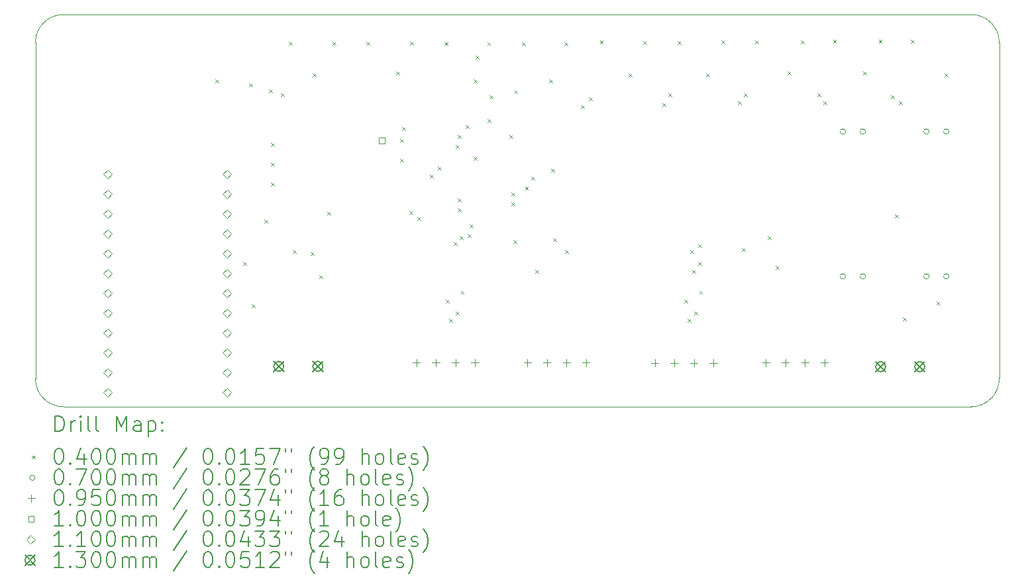
<source format=gbr>
%FSLAX45Y45*%
G04 Gerber Fmt 4.5, Leading zero omitted, Abs format (unit mm)*
G04 Created by KiCad (PCBNEW (6.0.0)) date 2022-12-27 21:52:26*
%MOMM*%
%LPD*%
G01*
G04 APERTURE LIST*
%TA.AperFunction,Profile*%
%ADD10C,0.100000*%
%TD*%
%ADD11C,0.200000*%
%ADD12C,0.040000*%
%ADD13C,0.070000*%
%ADD14C,0.095000*%
%ADD15C,0.100000*%
%ADD16C,0.110000*%
%ADD17C,0.130000*%
G04 APERTURE END LIST*
D10*
X24045100Y-9412100D02*
X24045100Y-13707300D01*
X23689500Y-14075827D02*
X12081600Y-14075600D01*
X12081600Y-9056500D02*
X23689500Y-9056500D01*
X11726000Y-9412100D02*
X11726000Y-13720000D01*
X11726000Y-13720000D02*
G75*
G03*
X12081600Y-14075600I355600J0D01*
G01*
X24045100Y-9412100D02*
G75*
G03*
X23689500Y-9056500I-355600J0D01*
G01*
X12081600Y-9056500D02*
G75*
G03*
X11726000Y-9412100I0J-355600D01*
G01*
X23689500Y-14075827D02*
G75*
G03*
X24045100Y-13707300I0J355827D01*
G01*
D11*
D12*
X14027000Y-9886800D02*
X14067000Y-9926800D01*
X14067000Y-9886800D02*
X14027000Y-9926800D01*
X14381800Y-12222800D02*
X14421800Y-12262800D01*
X14421800Y-12222800D02*
X14381800Y-12262800D01*
X14458000Y-9936800D02*
X14498000Y-9976800D01*
X14498000Y-9936800D02*
X14458000Y-9976800D01*
X14489900Y-12762700D02*
X14529900Y-12802700D01*
X14529900Y-12762700D02*
X14489900Y-12802700D01*
X14654900Y-11683100D02*
X14694900Y-11723100D01*
X14694900Y-11683100D02*
X14654900Y-11723100D01*
X14712000Y-10013000D02*
X14752000Y-10053000D01*
X14752000Y-10013000D02*
X14712000Y-10053000D01*
X14737400Y-10698800D02*
X14777400Y-10738800D01*
X14777400Y-10698800D02*
X14737400Y-10738800D01*
X14737400Y-10952800D02*
X14777400Y-10992800D01*
X14777400Y-10952800D02*
X14737400Y-10992800D01*
X14737400Y-11206800D02*
X14777400Y-11246800D01*
X14777400Y-11206800D02*
X14737400Y-11246800D01*
X14864400Y-10063800D02*
X14904400Y-10103800D01*
X14904400Y-10063800D02*
X14864400Y-10103800D01*
X14965200Y-9404200D02*
X15005200Y-9444200D01*
X15005200Y-9404200D02*
X14965200Y-9444200D01*
X15016800Y-12070400D02*
X15056800Y-12110400D01*
X15056800Y-12070400D02*
X15016800Y-12110400D01*
X15245400Y-12095800D02*
X15285400Y-12135800D01*
X15285400Y-12095800D02*
X15245400Y-12135800D01*
X15270800Y-9809800D02*
X15310800Y-9849800D01*
X15310800Y-9809800D02*
X15270800Y-9849800D01*
X15353500Y-12394100D02*
X15393500Y-12434100D01*
X15393500Y-12394100D02*
X15353500Y-12434100D01*
X15454900Y-11581500D02*
X15494900Y-11621500D01*
X15494900Y-11581500D02*
X15454900Y-11621500D01*
X15524000Y-9404200D02*
X15564000Y-9444200D01*
X15564000Y-9404200D02*
X15524000Y-9444200D01*
X15958975Y-9405775D02*
X15998975Y-9445775D01*
X15998975Y-9405775D02*
X15958975Y-9445775D01*
X16337600Y-9784400D02*
X16377600Y-9824400D01*
X16377600Y-9784400D02*
X16337600Y-9824400D01*
X16388400Y-10648000D02*
X16428400Y-10688000D01*
X16428400Y-10648000D02*
X16388400Y-10688000D01*
X16388400Y-10902000D02*
X16428400Y-10942000D01*
X16428400Y-10902000D02*
X16388400Y-10942000D01*
X16413800Y-10495600D02*
X16453800Y-10535600D01*
X16453800Y-10495600D02*
X16413800Y-10535600D01*
X16504551Y-11573249D02*
X16544551Y-11613249D01*
X16544551Y-11573249D02*
X16504551Y-11613249D01*
X16513025Y-9405775D02*
X16553025Y-9445775D01*
X16553025Y-9405775D02*
X16513025Y-9445775D01*
X16609900Y-11645700D02*
X16649900Y-11685700D01*
X16649900Y-11645700D02*
X16609900Y-11685700D01*
X16769400Y-11105200D02*
X16809400Y-11145200D01*
X16809400Y-11105200D02*
X16769400Y-11145200D01*
X16871000Y-11003600D02*
X16911000Y-11043600D01*
X16911000Y-11003600D02*
X16871000Y-11043600D01*
X16952750Y-9408950D02*
X16992750Y-9448950D01*
X16992750Y-9408950D02*
X16952750Y-9448950D01*
X16972600Y-12705400D02*
X17012600Y-12745400D01*
X17012600Y-12705400D02*
X16972600Y-12745400D01*
X17017100Y-12953100D02*
X17057100Y-12993100D01*
X17057100Y-12953100D02*
X17017100Y-12993100D01*
X17074200Y-11968800D02*
X17114200Y-12008800D01*
X17114200Y-11968800D02*
X17074200Y-12008800D01*
X17099600Y-10724200D02*
X17139600Y-10764200D01*
X17139600Y-10724200D02*
X17099600Y-10764200D01*
X17099600Y-12857800D02*
X17139600Y-12897800D01*
X17139600Y-12857800D02*
X17099600Y-12897800D01*
X17125000Y-10597200D02*
X17165000Y-10637200D01*
X17165000Y-10597200D02*
X17125000Y-10637200D01*
X17125000Y-11410000D02*
X17165000Y-11450000D01*
X17165000Y-11410000D02*
X17125000Y-11450000D01*
X17125000Y-11537000D02*
X17165000Y-11577000D01*
X17165000Y-11537000D02*
X17125000Y-11577000D01*
X17150400Y-11892600D02*
X17190400Y-11932600D01*
X17190400Y-11892600D02*
X17150400Y-11932600D01*
X17163100Y-12591100D02*
X17203100Y-12631100D01*
X17203100Y-12591100D02*
X17163100Y-12631100D01*
X17226600Y-10470200D02*
X17266600Y-10510200D01*
X17266600Y-10470200D02*
X17226600Y-10510200D01*
X17252000Y-11867200D02*
X17292000Y-11907200D01*
X17292000Y-11867200D02*
X17252000Y-11907200D01*
X17277400Y-11740200D02*
X17317400Y-11780200D01*
X17317400Y-11740200D02*
X17277400Y-11780200D01*
X17328200Y-9886000D02*
X17368200Y-9926000D01*
X17368200Y-9886000D02*
X17328200Y-9926000D01*
X17328200Y-10876600D02*
X17368200Y-10916600D01*
X17368200Y-10876600D02*
X17328200Y-10916600D01*
X17353600Y-9581200D02*
X17393600Y-9621200D01*
X17393600Y-9581200D02*
X17353600Y-9621200D01*
X17500450Y-9408950D02*
X17540450Y-9448950D01*
X17540450Y-9408950D02*
X17500450Y-9448950D01*
X17506000Y-10394000D02*
X17546000Y-10434000D01*
X17546000Y-10394000D02*
X17506000Y-10434000D01*
X17531400Y-10089200D02*
X17571400Y-10129200D01*
X17571400Y-10089200D02*
X17531400Y-10129200D01*
X17785400Y-10597200D02*
X17825400Y-10637200D01*
X17825400Y-10597200D02*
X17785400Y-10637200D01*
X17810800Y-11333800D02*
X17850800Y-11373800D01*
X17850800Y-11333800D02*
X17810800Y-11373800D01*
X17810800Y-11460800D02*
X17850800Y-11500800D01*
X17850800Y-11460800D02*
X17810800Y-11500800D01*
X17836200Y-11943400D02*
X17876200Y-11983400D01*
X17876200Y-11943400D02*
X17836200Y-11983400D01*
X17848900Y-10025700D02*
X17888900Y-10065700D01*
X17888900Y-10025700D02*
X17848900Y-10065700D01*
X17946525Y-9412125D02*
X17986525Y-9452125D01*
X17986525Y-9412125D02*
X17946525Y-9452125D01*
X17984851Y-11261349D02*
X18024851Y-11301349D01*
X18024851Y-11261349D02*
X17984851Y-11301349D01*
X18064800Y-11130600D02*
X18104800Y-11170600D01*
X18104800Y-11130600D02*
X18064800Y-11170600D01*
X18115600Y-12324400D02*
X18155600Y-12364400D01*
X18155600Y-12324400D02*
X18115600Y-12364400D01*
X18293400Y-9886000D02*
X18333400Y-9926000D01*
X18333400Y-9886000D02*
X18293400Y-9926000D01*
X18318800Y-11029000D02*
X18358800Y-11069000D01*
X18358800Y-11029000D02*
X18318800Y-11069000D01*
X18344200Y-11918000D02*
X18384200Y-11958000D01*
X18384200Y-11918000D02*
X18344200Y-11958000D01*
X18487875Y-9412125D02*
X18527875Y-9452125D01*
X18527875Y-9412125D02*
X18487875Y-9452125D01*
X18496600Y-12070400D02*
X18536600Y-12110400D01*
X18536600Y-12070400D02*
X18496600Y-12110400D01*
X18699800Y-10216200D02*
X18739800Y-10256200D01*
X18739800Y-10216200D02*
X18699800Y-10256200D01*
X18801400Y-10114600D02*
X18841400Y-10154600D01*
X18841400Y-10114600D02*
X18801400Y-10154600D01*
X18940300Y-9389900D02*
X18980300Y-9429900D01*
X18980300Y-9389900D02*
X18940300Y-9429900D01*
X19309400Y-9809800D02*
X19349400Y-9849800D01*
X19349400Y-9809800D02*
X19309400Y-9849800D01*
X19497525Y-9393075D02*
X19537525Y-9433075D01*
X19537525Y-9393075D02*
X19497525Y-9433075D01*
X19741200Y-10190800D02*
X19781200Y-10230800D01*
X19781200Y-10190800D02*
X19741200Y-10230800D01*
X19817400Y-10063800D02*
X19857400Y-10103800D01*
X19857400Y-10063800D02*
X19817400Y-10103800D01*
X19934075Y-9393075D02*
X19974075Y-9433075D01*
X19974075Y-9393075D02*
X19934075Y-9433075D01*
X20020600Y-12706700D02*
X20060600Y-12746700D01*
X20060600Y-12706700D02*
X20020600Y-12746700D01*
X20065100Y-12954400D02*
X20105100Y-12994400D01*
X20105100Y-12954400D02*
X20065100Y-12994400D01*
X20096800Y-12070400D02*
X20136800Y-12110400D01*
X20136800Y-12070400D02*
X20096800Y-12110400D01*
X20122200Y-12324400D02*
X20162200Y-12364400D01*
X20162200Y-12324400D02*
X20122200Y-12364400D01*
X20147600Y-12859100D02*
X20187600Y-12899100D01*
X20187600Y-12859100D02*
X20147600Y-12899100D01*
X20198400Y-11994200D02*
X20238400Y-12034200D01*
X20238400Y-11994200D02*
X20198400Y-12034200D01*
X20198400Y-12222800D02*
X20238400Y-12262800D01*
X20238400Y-12222800D02*
X20198400Y-12262800D01*
X20211100Y-12592400D02*
X20251100Y-12632400D01*
X20251100Y-12592400D02*
X20211100Y-12632400D01*
X20300000Y-9809800D02*
X20340000Y-9849800D01*
X20340000Y-9809800D02*
X20300000Y-9849800D01*
X20496050Y-9385150D02*
X20536050Y-9425150D01*
X20536050Y-9385150D02*
X20496050Y-9425150D01*
X20706400Y-10165400D02*
X20746400Y-10205400D01*
X20746400Y-10165400D02*
X20706400Y-10205400D01*
X20757200Y-12045000D02*
X20797200Y-12085000D01*
X20797200Y-12045000D02*
X20757200Y-12085000D01*
X20782600Y-10063800D02*
X20822600Y-10103800D01*
X20822600Y-10063800D02*
X20782600Y-10103800D01*
X20927850Y-9385150D02*
X20967850Y-9425150D01*
X20967850Y-9385150D02*
X20927850Y-9425150D01*
X21087400Y-11892600D02*
X21127400Y-11932600D01*
X21127400Y-11892600D02*
X21087400Y-11932600D01*
X21189000Y-12273600D02*
X21229000Y-12313600D01*
X21229000Y-12273600D02*
X21189000Y-12313600D01*
X21341400Y-9784400D02*
X21381400Y-9824400D01*
X21381400Y-9784400D02*
X21341400Y-9824400D01*
X21512050Y-9385150D02*
X21552050Y-9425150D01*
X21552050Y-9385150D02*
X21512050Y-9425150D01*
X21722400Y-10063800D02*
X21762400Y-10103800D01*
X21762400Y-10063800D02*
X21722400Y-10103800D01*
X21798600Y-10165400D02*
X21838600Y-10205400D01*
X21838600Y-10165400D02*
X21798600Y-10205400D01*
X21921625Y-9381975D02*
X21961625Y-9421975D01*
X21961625Y-9381975D02*
X21921625Y-9421975D01*
X22306600Y-9784400D02*
X22346600Y-9824400D01*
X22346600Y-9784400D02*
X22306600Y-9824400D01*
X22505825Y-9381975D02*
X22545825Y-9421975D01*
X22545825Y-9381975D02*
X22505825Y-9421975D01*
X22662200Y-10089200D02*
X22702200Y-10129200D01*
X22702200Y-10089200D02*
X22662200Y-10129200D01*
X22713000Y-11613200D02*
X22753000Y-11653200D01*
X22753000Y-11613200D02*
X22713000Y-11653200D01*
X22763800Y-10165400D02*
X22803800Y-10205400D01*
X22803800Y-10165400D02*
X22763800Y-10205400D01*
X22814600Y-12934000D02*
X22854600Y-12974000D01*
X22854600Y-12934000D02*
X22814600Y-12974000D01*
X22916200Y-9378000D02*
X22956200Y-9418000D01*
X22956200Y-9378000D02*
X22916200Y-9418000D01*
X23246400Y-12730800D02*
X23286400Y-12770800D01*
X23286400Y-12730800D02*
X23246400Y-12770800D01*
X23348000Y-9809800D02*
X23388000Y-9849800D01*
X23388000Y-9809800D02*
X23348000Y-9849800D01*
D13*
X22082200Y-10553700D02*
G75*
G03*
X22082200Y-10553700I-35000J0D01*
G01*
X22082200Y-12407900D02*
G75*
G03*
X22082200Y-12407900I-35000J0D01*
G01*
X22336200Y-10553700D02*
G75*
G03*
X22336200Y-10553700I-35000J0D01*
G01*
X22336200Y-12407900D02*
G75*
G03*
X22336200Y-12407900I-35000J0D01*
G01*
X23149000Y-10553700D02*
G75*
G03*
X23149000Y-10553700I-35000J0D01*
G01*
X23149000Y-12407900D02*
G75*
G03*
X23149000Y-12407900I-35000J0D01*
G01*
X23403000Y-10553700D02*
G75*
G03*
X23403000Y-10553700I-35000J0D01*
G01*
X23403000Y-12407900D02*
G75*
G03*
X23403000Y-12407900I-35000J0D01*
G01*
D14*
X16594200Y-13465300D02*
X16594200Y-13560300D01*
X16546700Y-13512800D02*
X16641700Y-13512800D01*
X16844200Y-13465300D02*
X16844200Y-13560300D01*
X16796700Y-13512800D02*
X16891700Y-13512800D01*
X17094200Y-13465300D02*
X17094200Y-13560300D01*
X17046700Y-13512800D02*
X17141700Y-13512800D01*
X17344200Y-13465300D02*
X17344200Y-13560300D01*
X17296700Y-13512800D02*
X17391700Y-13512800D01*
X18014600Y-13463600D02*
X18014600Y-13558600D01*
X17967100Y-13511100D02*
X18062100Y-13511100D01*
X18264600Y-13463600D02*
X18264600Y-13558600D01*
X18217100Y-13511100D02*
X18312100Y-13511100D01*
X18514600Y-13463600D02*
X18514600Y-13558600D01*
X18467100Y-13511100D02*
X18562100Y-13511100D01*
X18764600Y-13463600D02*
X18764600Y-13558600D01*
X18717100Y-13511100D02*
X18812100Y-13511100D01*
X19642200Y-13466600D02*
X19642200Y-13561600D01*
X19594700Y-13514100D02*
X19689700Y-13514100D01*
X19892200Y-13466600D02*
X19892200Y-13561600D01*
X19844700Y-13514100D02*
X19939700Y-13514100D01*
X20142200Y-13466600D02*
X20142200Y-13561600D01*
X20094700Y-13514100D02*
X20189700Y-13514100D01*
X20392200Y-13466600D02*
X20392200Y-13561600D01*
X20344700Y-13514100D02*
X20439700Y-13514100D01*
X21062600Y-13464900D02*
X21062600Y-13559900D01*
X21015100Y-13512400D02*
X21110100Y-13512400D01*
X21312600Y-13464900D02*
X21312600Y-13559900D01*
X21265100Y-13512400D02*
X21360100Y-13512400D01*
X21562600Y-13464900D02*
X21562600Y-13559900D01*
X21515100Y-13512400D02*
X21610100Y-13512400D01*
X21812600Y-13464900D02*
X21812600Y-13559900D01*
X21765100Y-13512400D02*
X21860100Y-13512400D01*
D15*
X16189756Y-10703356D02*
X16189756Y-10632644D01*
X16119044Y-10632644D01*
X16119044Y-10703356D01*
X16189756Y-10703356D01*
D16*
X12649200Y-11154800D02*
X12704200Y-11099800D01*
X12649200Y-11044800D01*
X12594200Y-11099800D01*
X12649200Y-11154800D01*
X12649200Y-11408800D02*
X12704200Y-11353800D01*
X12649200Y-11298800D01*
X12594200Y-11353800D01*
X12649200Y-11408800D01*
X12649200Y-11662800D02*
X12704200Y-11607800D01*
X12649200Y-11552800D01*
X12594200Y-11607800D01*
X12649200Y-11662800D01*
X12649200Y-11916800D02*
X12704200Y-11861800D01*
X12649200Y-11806800D01*
X12594200Y-11861800D01*
X12649200Y-11916800D01*
X12649200Y-12170800D02*
X12704200Y-12115800D01*
X12649200Y-12060800D01*
X12594200Y-12115800D01*
X12649200Y-12170800D01*
X12649200Y-12424800D02*
X12704200Y-12369800D01*
X12649200Y-12314800D01*
X12594200Y-12369800D01*
X12649200Y-12424800D01*
X12649200Y-12678800D02*
X12704200Y-12623800D01*
X12649200Y-12568800D01*
X12594200Y-12623800D01*
X12649200Y-12678800D01*
X12649200Y-12932800D02*
X12704200Y-12877800D01*
X12649200Y-12822800D01*
X12594200Y-12877800D01*
X12649200Y-12932800D01*
X12649200Y-13186800D02*
X12704200Y-13131800D01*
X12649200Y-13076800D01*
X12594200Y-13131800D01*
X12649200Y-13186800D01*
X12649200Y-13440800D02*
X12704200Y-13385800D01*
X12649200Y-13330800D01*
X12594200Y-13385800D01*
X12649200Y-13440800D01*
X12649200Y-13694800D02*
X12704200Y-13639800D01*
X12649200Y-13584800D01*
X12594200Y-13639800D01*
X12649200Y-13694800D01*
X12649200Y-13948800D02*
X12704200Y-13893800D01*
X12649200Y-13838800D01*
X12594200Y-13893800D01*
X12649200Y-13948800D01*
X14173200Y-11154800D02*
X14228200Y-11099800D01*
X14173200Y-11044800D01*
X14118200Y-11099800D01*
X14173200Y-11154800D01*
X14173200Y-11408800D02*
X14228200Y-11353800D01*
X14173200Y-11298800D01*
X14118200Y-11353800D01*
X14173200Y-11408800D01*
X14173200Y-11662800D02*
X14228200Y-11607800D01*
X14173200Y-11552800D01*
X14118200Y-11607800D01*
X14173200Y-11662800D01*
X14173200Y-11916800D02*
X14228200Y-11861800D01*
X14173200Y-11806800D01*
X14118200Y-11861800D01*
X14173200Y-11916800D01*
X14173200Y-12170800D02*
X14228200Y-12115800D01*
X14173200Y-12060800D01*
X14118200Y-12115800D01*
X14173200Y-12170800D01*
X14173200Y-12424800D02*
X14228200Y-12369800D01*
X14173200Y-12314800D01*
X14118200Y-12369800D01*
X14173200Y-12424800D01*
X14173200Y-12678800D02*
X14228200Y-12623800D01*
X14173200Y-12568800D01*
X14118200Y-12623800D01*
X14173200Y-12678800D01*
X14173200Y-12932800D02*
X14228200Y-12877800D01*
X14173200Y-12822800D01*
X14118200Y-12877800D01*
X14173200Y-12932800D01*
X14173200Y-13186800D02*
X14228200Y-13131800D01*
X14173200Y-13076800D01*
X14118200Y-13131800D01*
X14173200Y-13186800D01*
X14173200Y-13440800D02*
X14228200Y-13385800D01*
X14173200Y-13330800D01*
X14118200Y-13385800D01*
X14173200Y-13440800D01*
X14173200Y-13694800D02*
X14228200Y-13639800D01*
X14173200Y-13584800D01*
X14118200Y-13639800D01*
X14173200Y-13694800D01*
X14173200Y-13948800D02*
X14228200Y-13893800D01*
X14173200Y-13838800D01*
X14118200Y-13893800D01*
X14173200Y-13948800D01*
D17*
X14771200Y-13495000D02*
X14901200Y-13625000D01*
X14901200Y-13495000D02*
X14771200Y-13625000D01*
X14901200Y-13560000D02*
G75*
G03*
X14901200Y-13560000I-65000J0D01*
G01*
X15271200Y-13495000D02*
X15401200Y-13625000D01*
X15401200Y-13495000D02*
X15271200Y-13625000D01*
X15401200Y-13560000D02*
G75*
G03*
X15401200Y-13560000I-65000J0D01*
G01*
X22464800Y-13498600D02*
X22594800Y-13628600D01*
X22594800Y-13498600D02*
X22464800Y-13628600D01*
X22594800Y-13563600D02*
G75*
G03*
X22594800Y-13563600I-65000J0D01*
G01*
X22964800Y-13498600D02*
X23094800Y-13628600D01*
X23094800Y-13498600D02*
X22964800Y-13628600D01*
X23094800Y-13563600D02*
G75*
G03*
X23094800Y-13563600I-65000J0D01*
G01*
D11*
X11978619Y-14391303D02*
X11978619Y-14191303D01*
X12026238Y-14191303D01*
X12054809Y-14200827D01*
X12073857Y-14219874D01*
X12083381Y-14238922D01*
X12092905Y-14277017D01*
X12092905Y-14305589D01*
X12083381Y-14343684D01*
X12073857Y-14362731D01*
X12054809Y-14381779D01*
X12026238Y-14391303D01*
X11978619Y-14391303D01*
X12178619Y-14391303D02*
X12178619Y-14257969D01*
X12178619Y-14296065D02*
X12188143Y-14277017D01*
X12197667Y-14267493D01*
X12216714Y-14257969D01*
X12235762Y-14257969D01*
X12302428Y-14391303D02*
X12302428Y-14257969D01*
X12302428Y-14191303D02*
X12292905Y-14200827D01*
X12302428Y-14210350D01*
X12311952Y-14200827D01*
X12302428Y-14191303D01*
X12302428Y-14210350D01*
X12426238Y-14391303D02*
X12407190Y-14381779D01*
X12397667Y-14362731D01*
X12397667Y-14191303D01*
X12531000Y-14391303D02*
X12511952Y-14381779D01*
X12502428Y-14362731D01*
X12502428Y-14191303D01*
X12759571Y-14391303D02*
X12759571Y-14191303D01*
X12826238Y-14334160D01*
X12892905Y-14191303D01*
X12892905Y-14391303D01*
X13073857Y-14391303D02*
X13073857Y-14286541D01*
X13064333Y-14267493D01*
X13045286Y-14257969D01*
X13007190Y-14257969D01*
X12988143Y-14267493D01*
X13073857Y-14381779D02*
X13054809Y-14391303D01*
X13007190Y-14391303D01*
X12988143Y-14381779D01*
X12978619Y-14362731D01*
X12978619Y-14343684D01*
X12988143Y-14324636D01*
X13007190Y-14315112D01*
X13054809Y-14315112D01*
X13073857Y-14305589D01*
X13169095Y-14257969D02*
X13169095Y-14457969D01*
X13169095Y-14267493D02*
X13188143Y-14257969D01*
X13226238Y-14257969D01*
X13245286Y-14267493D01*
X13254809Y-14277017D01*
X13264333Y-14296065D01*
X13264333Y-14353208D01*
X13254809Y-14372255D01*
X13245286Y-14381779D01*
X13226238Y-14391303D01*
X13188143Y-14391303D01*
X13169095Y-14381779D01*
X13350048Y-14372255D02*
X13359571Y-14381779D01*
X13350048Y-14391303D01*
X13340524Y-14381779D01*
X13350048Y-14372255D01*
X13350048Y-14391303D01*
X13350048Y-14267493D02*
X13359571Y-14277017D01*
X13350048Y-14286541D01*
X13340524Y-14277017D01*
X13350048Y-14267493D01*
X13350048Y-14286541D01*
D12*
X11681000Y-14700827D02*
X11721000Y-14740827D01*
X11721000Y-14700827D02*
X11681000Y-14740827D01*
D11*
X12016714Y-14611303D02*
X12035762Y-14611303D01*
X12054809Y-14620827D01*
X12064333Y-14630350D01*
X12073857Y-14649398D01*
X12083381Y-14687493D01*
X12083381Y-14735112D01*
X12073857Y-14773208D01*
X12064333Y-14792255D01*
X12054809Y-14801779D01*
X12035762Y-14811303D01*
X12016714Y-14811303D01*
X11997667Y-14801779D01*
X11988143Y-14792255D01*
X11978619Y-14773208D01*
X11969095Y-14735112D01*
X11969095Y-14687493D01*
X11978619Y-14649398D01*
X11988143Y-14630350D01*
X11997667Y-14620827D01*
X12016714Y-14611303D01*
X12169095Y-14792255D02*
X12178619Y-14801779D01*
X12169095Y-14811303D01*
X12159571Y-14801779D01*
X12169095Y-14792255D01*
X12169095Y-14811303D01*
X12350048Y-14677969D02*
X12350048Y-14811303D01*
X12302428Y-14601779D02*
X12254809Y-14744636D01*
X12378619Y-14744636D01*
X12492905Y-14611303D02*
X12511952Y-14611303D01*
X12531000Y-14620827D01*
X12540524Y-14630350D01*
X12550048Y-14649398D01*
X12559571Y-14687493D01*
X12559571Y-14735112D01*
X12550048Y-14773208D01*
X12540524Y-14792255D01*
X12531000Y-14801779D01*
X12511952Y-14811303D01*
X12492905Y-14811303D01*
X12473857Y-14801779D01*
X12464333Y-14792255D01*
X12454809Y-14773208D01*
X12445286Y-14735112D01*
X12445286Y-14687493D01*
X12454809Y-14649398D01*
X12464333Y-14630350D01*
X12473857Y-14620827D01*
X12492905Y-14611303D01*
X12683381Y-14611303D02*
X12702428Y-14611303D01*
X12721476Y-14620827D01*
X12731000Y-14630350D01*
X12740524Y-14649398D01*
X12750048Y-14687493D01*
X12750048Y-14735112D01*
X12740524Y-14773208D01*
X12731000Y-14792255D01*
X12721476Y-14801779D01*
X12702428Y-14811303D01*
X12683381Y-14811303D01*
X12664333Y-14801779D01*
X12654809Y-14792255D01*
X12645286Y-14773208D01*
X12635762Y-14735112D01*
X12635762Y-14687493D01*
X12645286Y-14649398D01*
X12654809Y-14630350D01*
X12664333Y-14620827D01*
X12683381Y-14611303D01*
X12835762Y-14811303D02*
X12835762Y-14677969D01*
X12835762Y-14697017D02*
X12845286Y-14687493D01*
X12864333Y-14677969D01*
X12892905Y-14677969D01*
X12911952Y-14687493D01*
X12921476Y-14706541D01*
X12921476Y-14811303D01*
X12921476Y-14706541D02*
X12931000Y-14687493D01*
X12950048Y-14677969D01*
X12978619Y-14677969D01*
X12997667Y-14687493D01*
X13007190Y-14706541D01*
X13007190Y-14811303D01*
X13102428Y-14811303D02*
X13102428Y-14677969D01*
X13102428Y-14697017D02*
X13111952Y-14687493D01*
X13131000Y-14677969D01*
X13159571Y-14677969D01*
X13178619Y-14687493D01*
X13188143Y-14706541D01*
X13188143Y-14811303D01*
X13188143Y-14706541D02*
X13197667Y-14687493D01*
X13216714Y-14677969D01*
X13245286Y-14677969D01*
X13264333Y-14687493D01*
X13273857Y-14706541D01*
X13273857Y-14811303D01*
X13664333Y-14601779D02*
X13492905Y-14858922D01*
X13921476Y-14611303D02*
X13940524Y-14611303D01*
X13959571Y-14620827D01*
X13969095Y-14630350D01*
X13978619Y-14649398D01*
X13988143Y-14687493D01*
X13988143Y-14735112D01*
X13978619Y-14773208D01*
X13969095Y-14792255D01*
X13959571Y-14801779D01*
X13940524Y-14811303D01*
X13921476Y-14811303D01*
X13902428Y-14801779D01*
X13892905Y-14792255D01*
X13883381Y-14773208D01*
X13873857Y-14735112D01*
X13873857Y-14687493D01*
X13883381Y-14649398D01*
X13892905Y-14630350D01*
X13902428Y-14620827D01*
X13921476Y-14611303D01*
X14073857Y-14792255D02*
X14083381Y-14801779D01*
X14073857Y-14811303D01*
X14064333Y-14801779D01*
X14073857Y-14792255D01*
X14073857Y-14811303D01*
X14207190Y-14611303D02*
X14226238Y-14611303D01*
X14245286Y-14620827D01*
X14254809Y-14630350D01*
X14264333Y-14649398D01*
X14273857Y-14687493D01*
X14273857Y-14735112D01*
X14264333Y-14773208D01*
X14254809Y-14792255D01*
X14245286Y-14801779D01*
X14226238Y-14811303D01*
X14207190Y-14811303D01*
X14188143Y-14801779D01*
X14178619Y-14792255D01*
X14169095Y-14773208D01*
X14159571Y-14735112D01*
X14159571Y-14687493D01*
X14169095Y-14649398D01*
X14178619Y-14630350D01*
X14188143Y-14620827D01*
X14207190Y-14611303D01*
X14464333Y-14811303D02*
X14350048Y-14811303D01*
X14407190Y-14811303D02*
X14407190Y-14611303D01*
X14388143Y-14639874D01*
X14369095Y-14658922D01*
X14350048Y-14668446D01*
X14645286Y-14611303D02*
X14550048Y-14611303D01*
X14540524Y-14706541D01*
X14550048Y-14697017D01*
X14569095Y-14687493D01*
X14616714Y-14687493D01*
X14635762Y-14697017D01*
X14645286Y-14706541D01*
X14654809Y-14725589D01*
X14654809Y-14773208D01*
X14645286Y-14792255D01*
X14635762Y-14801779D01*
X14616714Y-14811303D01*
X14569095Y-14811303D01*
X14550048Y-14801779D01*
X14540524Y-14792255D01*
X14721476Y-14611303D02*
X14854809Y-14611303D01*
X14769095Y-14811303D01*
X14921476Y-14611303D02*
X14921476Y-14649398D01*
X14997667Y-14611303D02*
X14997667Y-14649398D01*
X15292905Y-14887493D02*
X15283381Y-14877969D01*
X15264333Y-14849398D01*
X15254809Y-14830350D01*
X15245286Y-14801779D01*
X15235762Y-14754160D01*
X15235762Y-14716065D01*
X15245286Y-14668446D01*
X15254809Y-14639874D01*
X15264333Y-14620827D01*
X15283381Y-14592255D01*
X15292905Y-14582731D01*
X15378619Y-14811303D02*
X15416714Y-14811303D01*
X15435762Y-14801779D01*
X15445286Y-14792255D01*
X15464333Y-14763684D01*
X15473857Y-14725589D01*
X15473857Y-14649398D01*
X15464333Y-14630350D01*
X15454809Y-14620827D01*
X15435762Y-14611303D01*
X15397667Y-14611303D01*
X15378619Y-14620827D01*
X15369095Y-14630350D01*
X15359571Y-14649398D01*
X15359571Y-14697017D01*
X15369095Y-14716065D01*
X15378619Y-14725589D01*
X15397667Y-14735112D01*
X15435762Y-14735112D01*
X15454809Y-14725589D01*
X15464333Y-14716065D01*
X15473857Y-14697017D01*
X15569095Y-14811303D02*
X15607190Y-14811303D01*
X15626238Y-14801779D01*
X15635762Y-14792255D01*
X15654809Y-14763684D01*
X15664333Y-14725589D01*
X15664333Y-14649398D01*
X15654809Y-14630350D01*
X15645286Y-14620827D01*
X15626238Y-14611303D01*
X15588143Y-14611303D01*
X15569095Y-14620827D01*
X15559571Y-14630350D01*
X15550048Y-14649398D01*
X15550048Y-14697017D01*
X15559571Y-14716065D01*
X15569095Y-14725589D01*
X15588143Y-14735112D01*
X15626238Y-14735112D01*
X15645286Y-14725589D01*
X15654809Y-14716065D01*
X15664333Y-14697017D01*
X15902428Y-14811303D02*
X15902428Y-14611303D01*
X15988143Y-14811303D02*
X15988143Y-14706541D01*
X15978619Y-14687493D01*
X15959571Y-14677969D01*
X15931000Y-14677969D01*
X15911952Y-14687493D01*
X15902428Y-14697017D01*
X16111952Y-14811303D02*
X16092905Y-14801779D01*
X16083381Y-14792255D01*
X16073857Y-14773208D01*
X16073857Y-14716065D01*
X16083381Y-14697017D01*
X16092905Y-14687493D01*
X16111952Y-14677969D01*
X16140524Y-14677969D01*
X16159571Y-14687493D01*
X16169095Y-14697017D01*
X16178619Y-14716065D01*
X16178619Y-14773208D01*
X16169095Y-14792255D01*
X16159571Y-14801779D01*
X16140524Y-14811303D01*
X16111952Y-14811303D01*
X16292905Y-14811303D02*
X16273857Y-14801779D01*
X16264333Y-14782731D01*
X16264333Y-14611303D01*
X16445286Y-14801779D02*
X16426238Y-14811303D01*
X16388143Y-14811303D01*
X16369095Y-14801779D01*
X16359571Y-14782731D01*
X16359571Y-14706541D01*
X16369095Y-14687493D01*
X16388143Y-14677969D01*
X16426238Y-14677969D01*
X16445286Y-14687493D01*
X16454809Y-14706541D01*
X16454809Y-14725589D01*
X16359571Y-14744636D01*
X16531000Y-14801779D02*
X16550048Y-14811303D01*
X16588143Y-14811303D01*
X16607190Y-14801779D01*
X16616714Y-14782731D01*
X16616714Y-14773208D01*
X16607190Y-14754160D01*
X16588143Y-14744636D01*
X16559571Y-14744636D01*
X16540524Y-14735112D01*
X16531000Y-14716065D01*
X16531000Y-14706541D01*
X16540524Y-14687493D01*
X16559571Y-14677969D01*
X16588143Y-14677969D01*
X16607190Y-14687493D01*
X16683381Y-14887493D02*
X16692905Y-14877969D01*
X16711952Y-14849398D01*
X16721476Y-14830350D01*
X16731000Y-14801779D01*
X16740524Y-14754160D01*
X16740524Y-14716065D01*
X16731000Y-14668446D01*
X16721476Y-14639874D01*
X16711952Y-14620827D01*
X16692905Y-14592255D01*
X16683381Y-14582731D01*
D13*
X11721000Y-14984827D02*
G75*
G03*
X11721000Y-14984827I-35000J0D01*
G01*
D11*
X12016714Y-14875303D02*
X12035762Y-14875303D01*
X12054809Y-14884827D01*
X12064333Y-14894350D01*
X12073857Y-14913398D01*
X12083381Y-14951493D01*
X12083381Y-14999112D01*
X12073857Y-15037208D01*
X12064333Y-15056255D01*
X12054809Y-15065779D01*
X12035762Y-15075303D01*
X12016714Y-15075303D01*
X11997667Y-15065779D01*
X11988143Y-15056255D01*
X11978619Y-15037208D01*
X11969095Y-14999112D01*
X11969095Y-14951493D01*
X11978619Y-14913398D01*
X11988143Y-14894350D01*
X11997667Y-14884827D01*
X12016714Y-14875303D01*
X12169095Y-15056255D02*
X12178619Y-15065779D01*
X12169095Y-15075303D01*
X12159571Y-15065779D01*
X12169095Y-15056255D01*
X12169095Y-15075303D01*
X12245286Y-14875303D02*
X12378619Y-14875303D01*
X12292905Y-15075303D01*
X12492905Y-14875303D02*
X12511952Y-14875303D01*
X12531000Y-14884827D01*
X12540524Y-14894350D01*
X12550048Y-14913398D01*
X12559571Y-14951493D01*
X12559571Y-14999112D01*
X12550048Y-15037208D01*
X12540524Y-15056255D01*
X12531000Y-15065779D01*
X12511952Y-15075303D01*
X12492905Y-15075303D01*
X12473857Y-15065779D01*
X12464333Y-15056255D01*
X12454809Y-15037208D01*
X12445286Y-14999112D01*
X12445286Y-14951493D01*
X12454809Y-14913398D01*
X12464333Y-14894350D01*
X12473857Y-14884827D01*
X12492905Y-14875303D01*
X12683381Y-14875303D02*
X12702428Y-14875303D01*
X12721476Y-14884827D01*
X12731000Y-14894350D01*
X12740524Y-14913398D01*
X12750048Y-14951493D01*
X12750048Y-14999112D01*
X12740524Y-15037208D01*
X12731000Y-15056255D01*
X12721476Y-15065779D01*
X12702428Y-15075303D01*
X12683381Y-15075303D01*
X12664333Y-15065779D01*
X12654809Y-15056255D01*
X12645286Y-15037208D01*
X12635762Y-14999112D01*
X12635762Y-14951493D01*
X12645286Y-14913398D01*
X12654809Y-14894350D01*
X12664333Y-14884827D01*
X12683381Y-14875303D01*
X12835762Y-15075303D02*
X12835762Y-14941969D01*
X12835762Y-14961017D02*
X12845286Y-14951493D01*
X12864333Y-14941969D01*
X12892905Y-14941969D01*
X12911952Y-14951493D01*
X12921476Y-14970541D01*
X12921476Y-15075303D01*
X12921476Y-14970541D02*
X12931000Y-14951493D01*
X12950048Y-14941969D01*
X12978619Y-14941969D01*
X12997667Y-14951493D01*
X13007190Y-14970541D01*
X13007190Y-15075303D01*
X13102428Y-15075303D02*
X13102428Y-14941969D01*
X13102428Y-14961017D02*
X13111952Y-14951493D01*
X13131000Y-14941969D01*
X13159571Y-14941969D01*
X13178619Y-14951493D01*
X13188143Y-14970541D01*
X13188143Y-15075303D01*
X13188143Y-14970541D02*
X13197667Y-14951493D01*
X13216714Y-14941969D01*
X13245286Y-14941969D01*
X13264333Y-14951493D01*
X13273857Y-14970541D01*
X13273857Y-15075303D01*
X13664333Y-14865779D02*
X13492905Y-15122922D01*
X13921476Y-14875303D02*
X13940524Y-14875303D01*
X13959571Y-14884827D01*
X13969095Y-14894350D01*
X13978619Y-14913398D01*
X13988143Y-14951493D01*
X13988143Y-14999112D01*
X13978619Y-15037208D01*
X13969095Y-15056255D01*
X13959571Y-15065779D01*
X13940524Y-15075303D01*
X13921476Y-15075303D01*
X13902428Y-15065779D01*
X13892905Y-15056255D01*
X13883381Y-15037208D01*
X13873857Y-14999112D01*
X13873857Y-14951493D01*
X13883381Y-14913398D01*
X13892905Y-14894350D01*
X13902428Y-14884827D01*
X13921476Y-14875303D01*
X14073857Y-15056255D02*
X14083381Y-15065779D01*
X14073857Y-15075303D01*
X14064333Y-15065779D01*
X14073857Y-15056255D01*
X14073857Y-15075303D01*
X14207190Y-14875303D02*
X14226238Y-14875303D01*
X14245286Y-14884827D01*
X14254809Y-14894350D01*
X14264333Y-14913398D01*
X14273857Y-14951493D01*
X14273857Y-14999112D01*
X14264333Y-15037208D01*
X14254809Y-15056255D01*
X14245286Y-15065779D01*
X14226238Y-15075303D01*
X14207190Y-15075303D01*
X14188143Y-15065779D01*
X14178619Y-15056255D01*
X14169095Y-15037208D01*
X14159571Y-14999112D01*
X14159571Y-14951493D01*
X14169095Y-14913398D01*
X14178619Y-14894350D01*
X14188143Y-14884827D01*
X14207190Y-14875303D01*
X14350048Y-14894350D02*
X14359571Y-14884827D01*
X14378619Y-14875303D01*
X14426238Y-14875303D01*
X14445286Y-14884827D01*
X14454809Y-14894350D01*
X14464333Y-14913398D01*
X14464333Y-14932446D01*
X14454809Y-14961017D01*
X14340524Y-15075303D01*
X14464333Y-15075303D01*
X14531000Y-14875303D02*
X14664333Y-14875303D01*
X14578619Y-15075303D01*
X14826238Y-14875303D02*
X14788143Y-14875303D01*
X14769095Y-14884827D01*
X14759571Y-14894350D01*
X14740524Y-14922922D01*
X14731000Y-14961017D01*
X14731000Y-15037208D01*
X14740524Y-15056255D01*
X14750048Y-15065779D01*
X14769095Y-15075303D01*
X14807190Y-15075303D01*
X14826238Y-15065779D01*
X14835762Y-15056255D01*
X14845286Y-15037208D01*
X14845286Y-14989589D01*
X14835762Y-14970541D01*
X14826238Y-14961017D01*
X14807190Y-14951493D01*
X14769095Y-14951493D01*
X14750048Y-14961017D01*
X14740524Y-14970541D01*
X14731000Y-14989589D01*
X14921476Y-14875303D02*
X14921476Y-14913398D01*
X14997667Y-14875303D02*
X14997667Y-14913398D01*
X15292905Y-15151493D02*
X15283381Y-15141969D01*
X15264333Y-15113398D01*
X15254809Y-15094350D01*
X15245286Y-15065779D01*
X15235762Y-15018160D01*
X15235762Y-14980065D01*
X15245286Y-14932446D01*
X15254809Y-14903874D01*
X15264333Y-14884827D01*
X15283381Y-14856255D01*
X15292905Y-14846731D01*
X15397667Y-14961017D02*
X15378619Y-14951493D01*
X15369095Y-14941969D01*
X15359571Y-14922922D01*
X15359571Y-14913398D01*
X15369095Y-14894350D01*
X15378619Y-14884827D01*
X15397667Y-14875303D01*
X15435762Y-14875303D01*
X15454809Y-14884827D01*
X15464333Y-14894350D01*
X15473857Y-14913398D01*
X15473857Y-14922922D01*
X15464333Y-14941969D01*
X15454809Y-14951493D01*
X15435762Y-14961017D01*
X15397667Y-14961017D01*
X15378619Y-14970541D01*
X15369095Y-14980065D01*
X15359571Y-14999112D01*
X15359571Y-15037208D01*
X15369095Y-15056255D01*
X15378619Y-15065779D01*
X15397667Y-15075303D01*
X15435762Y-15075303D01*
X15454809Y-15065779D01*
X15464333Y-15056255D01*
X15473857Y-15037208D01*
X15473857Y-14999112D01*
X15464333Y-14980065D01*
X15454809Y-14970541D01*
X15435762Y-14961017D01*
X15711952Y-15075303D02*
X15711952Y-14875303D01*
X15797667Y-15075303D02*
X15797667Y-14970541D01*
X15788143Y-14951493D01*
X15769095Y-14941969D01*
X15740524Y-14941969D01*
X15721476Y-14951493D01*
X15711952Y-14961017D01*
X15921476Y-15075303D02*
X15902428Y-15065779D01*
X15892905Y-15056255D01*
X15883381Y-15037208D01*
X15883381Y-14980065D01*
X15892905Y-14961017D01*
X15902428Y-14951493D01*
X15921476Y-14941969D01*
X15950048Y-14941969D01*
X15969095Y-14951493D01*
X15978619Y-14961017D01*
X15988143Y-14980065D01*
X15988143Y-15037208D01*
X15978619Y-15056255D01*
X15969095Y-15065779D01*
X15950048Y-15075303D01*
X15921476Y-15075303D01*
X16102428Y-15075303D02*
X16083381Y-15065779D01*
X16073857Y-15046731D01*
X16073857Y-14875303D01*
X16254809Y-15065779D02*
X16235762Y-15075303D01*
X16197667Y-15075303D01*
X16178619Y-15065779D01*
X16169095Y-15046731D01*
X16169095Y-14970541D01*
X16178619Y-14951493D01*
X16197667Y-14941969D01*
X16235762Y-14941969D01*
X16254809Y-14951493D01*
X16264333Y-14970541D01*
X16264333Y-14989589D01*
X16169095Y-15008636D01*
X16340524Y-15065779D02*
X16359571Y-15075303D01*
X16397667Y-15075303D01*
X16416714Y-15065779D01*
X16426238Y-15046731D01*
X16426238Y-15037208D01*
X16416714Y-15018160D01*
X16397667Y-15008636D01*
X16369095Y-15008636D01*
X16350048Y-14999112D01*
X16340524Y-14980065D01*
X16340524Y-14970541D01*
X16350048Y-14951493D01*
X16369095Y-14941969D01*
X16397667Y-14941969D01*
X16416714Y-14951493D01*
X16492905Y-15151493D02*
X16502428Y-15141969D01*
X16521476Y-15113398D01*
X16531000Y-15094350D01*
X16540524Y-15065779D01*
X16550048Y-15018160D01*
X16550048Y-14980065D01*
X16540524Y-14932446D01*
X16531000Y-14903874D01*
X16521476Y-14884827D01*
X16502428Y-14856255D01*
X16492905Y-14846731D01*
D14*
X11673500Y-15201327D02*
X11673500Y-15296327D01*
X11626000Y-15248827D02*
X11721000Y-15248827D01*
D11*
X12016714Y-15139303D02*
X12035762Y-15139303D01*
X12054809Y-15148827D01*
X12064333Y-15158350D01*
X12073857Y-15177398D01*
X12083381Y-15215493D01*
X12083381Y-15263112D01*
X12073857Y-15301208D01*
X12064333Y-15320255D01*
X12054809Y-15329779D01*
X12035762Y-15339303D01*
X12016714Y-15339303D01*
X11997667Y-15329779D01*
X11988143Y-15320255D01*
X11978619Y-15301208D01*
X11969095Y-15263112D01*
X11969095Y-15215493D01*
X11978619Y-15177398D01*
X11988143Y-15158350D01*
X11997667Y-15148827D01*
X12016714Y-15139303D01*
X12169095Y-15320255D02*
X12178619Y-15329779D01*
X12169095Y-15339303D01*
X12159571Y-15329779D01*
X12169095Y-15320255D01*
X12169095Y-15339303D01*
X12273857Y-15339303D02*
X12311952Y-15339303D01*
X12331000Y-15329779D01*
X12340524Y-15320255D01*
X12359571Y-15291684D01*
X12369095Y-15253589D01*
X12369095Y-15177398D01*
X12359571Y-15158350D01*
X12350048Y-15148827D01*
X12331000Y-15139303D01*
X12292905Y-15139303D01*
X12273857Y-15148827D01*
X12264333Y-15158350D01*
X12254809Y-15177398D01*
X12254809Y-15225017D01*
X12264333Y-15244065D01*
X12273857Y-15253589D01*
X12292905Y-15263112D01*
X12331000Y-15263112D01*
X12350048Y-15253589D01*
X12359571Y-15244065D01*
X12369095Y-15225017D01*
X12550048Y-15139303D02*
X12454809Y-15139303D01*
X12445286Y-15234541D01*
X12454809Y-15225017D01*
X12473857Y-15215493D01*
X12521476Y-15215493D01*
X12540524Y-15225017D01*
X12550048Y-15234541D01*
X12559571Y-15253589D01*
X12559571Y-15301208D01*
X12550048Y-15320255D01*
X12540524Y-15329779D01*
X12521476Y-15339303D01*
X12473857Y-15339303D01*
X12454809Y-15329779D01*
X12445286Y-15320255D01*
X12683381Y-15139303D02*
X12702428Y-15139303D01*
X12721476Y-15148827D01*
X12731000Y-15158350D01*
X12740524Y-15177398D01*
X12750048Y-15215493D01*
X12750048Y-15263112D01*
X12740524Y-15301208D01*
X12731000Y-15320255D01*
X12721476Y-15329779D01*
X12702428Y-15339303D01*
X12683381Y-15339303D01*
X12664333Y-15329779D01*
X12654809Y-15320255D01*
X12645286Y-15301208D01*
X12635762Y-15263112D01*
X12635762Y-15215493D01*
X12645286Y-15177398D01*
X12654809Y-15158350D01*
X12664333Y-15148827D01*
X12683381Y-15139303D01*
X12835762Y-15339303D02*
X12835762Y-15205969D01*
X12835762Y-15225017D02*
X12845286Y-15215493D01*
X12864333Y-15205969D01*
X12892905Y-15205969D01*
X12911952Y-15215493D01*
X12921476Y-15234541D01*
X12921476Y-15339303D01*
X12921476Y-15234541D02*
X12931000Y-15215493D01*
X12950048Y-15205969D01*
X12978619Y-15205969D01*
X12997667Y-15215493D01*
X13007190Y-15234541D01*
X13007190Y-15339303D01*
X13102428Y-15339303D02*
X13102428Y-15205969D01*
X13102428Y-15225017D02*
X13111952Y-15215493D01*
X13131000Y-15205969D01*
X13159571Y-15205969D01*
X13178619Y-15215493D01*
X13188143Y-15234541D01*
X13188143Y-15339303D01*
X13188143Y-15234541D02*
X13197667Y-15215493D01*
X13216714Y-15205969D01*
X13245286Y-15205969D01*
X13264333Y-15215493D01*
X13273857Y-15234541D01*
X13273857Y-15339303D01*
X13664333Y-15129779D02*
X13492905Y-15386922D01*
X13921476Y-15139303D02*
X13940524Y-15139303D01*
X13959571Y-15148827D01*
X13969095Y-15158350D01*
X13978619Y-15177398D01*
X13988143Y-15215493D01*
X13988143Y-15263112D01*
X13978619Y-15301208D01*
X13969095Y-15320255D01*
X13959571Y-15329779D01*
X13940524Y-15339303D01*
X13921476Y-15339303D01*
X13902428Y-15329779D01*
X13892905Y-15320255D01*
X13883381Y-15301208D01*
X13873857Y-15263112D01*
X13873857Y-15215493D01*
X13883381Y-15177398D01*
X13892905Y-15158350D01*
X13902428Y-15148827D01*
X13921476Y-15139303D01*
X14073857Y-15320255D02*
X14083381Y-15329779D01*
X14073857Y-15339303D01*
X14064333Y-15329779D01*
X14073857Y-15320255D01*
X14073857Y-15339303D01*
X14207190Y-15139303D02*
X14226238Y-15139303D01*
X14245286Y-15148827D01*
X14254809Y-15158350D01*
X14264333Y-15177398D01*
X14273857Y-15215493D01*
X14273857Y-15263112D01*
X14264333Y-15301208D01*
X14254809Y-15320255D01*
X14245286Y-15329779D01*
X14226238Y-15339303D01*
X14207190Y-15339303D01*
X14188143Y-15329779D01*
X14178619Y-15320255D01*
X14169095Y-15301208D01*
X14159571Y-15263112D01*
X14159571Y-15215493D01*
X14169095Y-15177398D01*
X14178619Y-15158350D01*
X14188143Y-15148827D01*
X14207190Y-15139303D01*
X14340524Y-15139303D02*
X14464333Y-15139303D01*
X14397667Y-15215493D01*
X14426238Y-15215493D01*
X14445286Y-15225017D01*
X14454809Y-15234541D01*
X14464333Y-15253589D01*
X14464333Y-15301208D01*
X14454809Y-15320255D01*
X14445286Y-15329779D01*
X14426238Y-15339303D01*
X14369095Y-15339303D01*
X14350048Y-15329779D01*
X14340524Y-15320255D01*
X14531000Y-15139303D02*
X14664333Y-15139303D01*
X14578619Y-15339303D01*
X14826238Y-15205969D02*
X14826238Y-15339303D01*
X14778619Y-15129779D02*
X14731000Y-15272636D01*
X14854809Y-15272636D01*
X14921476Y-15139303D02*
X14921476Y-15177398D01*
X14997667Y-15139303D02*
X14997667Y-15177398D01*
X15292905Y-15415493D02*
X15283381Y-15405969D01*
X15264333Y-15377398D01*
X15254809Y-15358350D01*
X15245286Y-15329779D01*
X15235762Y-15282160D01*
X15235762Y-15244065D01*
X15245286Y-15196446D01*
X15254809Y-15167874D01*
X15264333Y-15148827D01*
X15283381Y-15120255D01*
X15292905Y-15110731D01*
X15473857Y-15339303D02*
X15359571Y-15339303D01*
X15416714Y-15339303D02*
X15416714Y-15139303D01*
X15397667Y-15167874D01*
X15378619Y-15186922D01*
X15359571Y-15196446D01*
X15645286Y-15139303D02*
X15607190Y-15139303D01*
X15588143Y-15148827D01*
X15578619Y-15158350D01*
X15559571Y-15186922D01*
X15550048Y-15225017D01*
X15550048Y-15301208D01*
X15559571Y-15320255D01*
X15569095Y-15329779D01*
X15588143Y-15339303D01*
X15626238Y-15339303D01*
X15645286Y-15329779D01*
X15654809Y-15320255D01*
X15664333Y-15301208D01*
X15664333Y-15253589D01*
X15654809Y-15234541D01*
X15645286Y-15225017D01*
X15626238Y-15215493D01*
X15588143Y-15215493D01*
X15569095Y-15225017D01*
X15559571Y-15234541D01*
X15550048Y-15253589D01*
X15902428Y-15339303D02*
X15902428Y-15139303D01*
X15988143Y-15339303D02*
X15988143Y-15234541D01*
X15978619Y-15215493D01*
X15959571Y-15205969D01*
X15931000Y-15205969D01*
X15911952Y-15215493D01*
X15902428Y-15225017D01*
X16111952Y-15339303D02*
X16092905Y-15329779D01*
X16083381Y-15320255D01*
X16073857Y-15301208D01*
X16073857Y-15244065D01*
X16083381Y-15225017D01*
X16092905Y-15215493D01*
X16111952Y-15205969D01*
X16140524Y-15205969D01*
X16159571Y-15215493D01*
X16169095Y-15225017D01*
X16178619Y-15244065D01*
X16178619Y-15301208D01*
X16169095Y-15320255D01*
X16159571Y-15329779D01*
X16140524Y-15339303D01*
X16111952Y-15339303D01*
X16292905Y-15339303D02*
X16273857Y-15329779D01*
X16264333Y-15310731D01*
X16264333Y-15139303D01*
X16445286Y-15329779D02*
X16426238Y-15339303D01*
X16388143Y-15339303D01*
X16369095Y-15329779D01*
X16359571Y-15310731D01*
X16359571Y-15234541D01*
X16369095Y-15215493D01*
X16388143Y-15205969D01*
X16426238Y-15205969D01*
X16445286Y-15215493D01*
X16454809Y-15234541D01*
X16454809Y-15253589D01*
X16359571Y-15272636D01*
X16531000Y-15329779D02*
X16550048Y-15339303D01*
X16588143Y-15339303D01*
X16607190Y-15329779D01*
X16616714Y-15310731D01*
X16616714Y-15301208D01*
X16607190Y-15282160D01*
X16588143Y-15272636D01*
X16559571Y-15272636D01*
X16540524Y-15263112D01*
X16531000Y-15244065D01*
X16531000Y-15234541D01*
X16540524Y-15215493D01*
X16559571Y-15205969D01*
X16588143Y-15205969D01*
X16607190Y-15215493D01*
X16683381Y-15415493D02*
X16692905Y-15405969D01*
X16711952Y-15377398D01*
X16721476Y-15358350D01*
X16731000Y-15329779D01*
X16740524Y-15282160D01*
X16740524Y-15244065D01*
X16731000Y-15196446D01*
X16721476Y-15167874D01*
X16711952Y-15148827D01*
X16692905Y-15120255D01*
X16683381Y-15110731D01*
D15*
X11706356Y-15548182D02*
X11706356Y-15477471D01*
X11635644Y-15477471D01*
X11635644Y-15548182D01*
X11706356Y-15548182D01*
D11*
X12083381Y-15603303D02*
X11969095Y-15603303D01*
X12026238Y-15603303D02*
X12026238Y-15403303D01*
X12007190Y-15431874D01*
X11988143Y-15450922D01*
X11969095Y-15460446D01*
X12169095Y-15584255D02*
X12178619Y-15593779D01*
X12169095Y-15603303D01*
X12159571Y-15593779D01*
X12169095Y-15584255D01*
X12169095Y-15603303D01*
X12302428Y-15403303D02*
X12321476Y-15403303D01*
X12340524Y-15412827D01*
X12350048Y-15422350D01*
X12359571Y-15441398D01*
X12369095Y-15479493D01*
X12369095Y-15527112D01*
X12359571Y-15565208D01*
X12350048Y-15584255D01*
X12340524Y-15593779D01*
X12321476Y-15603303D01*
X12302428Y-15603303D01*
X12283381Y-15593779D01*
X12273857Y-15584255D01*
X12264333Y-15565208D01*
X12254809Y-15527112D01*
X12254809Y-15479493D01*
X12264333Y-15441398D01*
X12273857Y-15422350D01*
X12283381Y-15412827D01*
X12302428Y-15403303D01*
X12492905Y-15403303D02*
X12511952Y-15403303D01*
X12531000Y-15412827D01*
X12540524Y-15422350D01*
X12550048Y-15441398D01*
X12559571Y-15479493D01*
X12559571Y-15527112D01*
X12550048Y-15565208D01*
X12540524Y-15584255D01*
X12531000Y-15593779D01*
X12511952Y-15603303D01*
X12492905Y-15603303D01*
X12473857Y-15593779D01*
X12464333Y-15584255D01*
X12454809Y-15565208D01*
X12445286Y-15527112D01*
X12445286Y-15479493D01*
X12454809Y-15441398D01*
X12464333Y-15422350D01*
X12473857Y-15412827D01*
X12492905Y-15403303D01*
X12683381Y-15403303D02*
X12702428Y-15403303D01*
X12721476Y-15412827D01*
X12731000Y-15422350D01*
X12740524Y-15441398D01*
X12750048Y-15479493D01*
X12750048Y-15527112D01*
X12740524Y-15565208D01*
X12731000Y-15584255D01*
X12721476Y-15593779D01*
X12702428Y-15603303D01*
X12683381Y-15603303D01*
X12664333Y-15593779D01*
X12654809Y-15584255D01*
X12645286Y-15565208D01*
X12635762Y-15527112D01*
X12635762Y-15479493D01*
X12645286Y-15441398D01*
X12654809Y-15422350D01*
X12664333Y-15412827D01*
X12683381Y-15403303D01*
X12835762Y-15603303D02*
X12835762Y-15469969D01*
X12835762Y-15489017D02*
X12845286Y-15479493D01*
X12864333Y-15469969D01*
X12892905Y-15469969D01*
X12911952Y-15479493D01*
X12921476Y-15498541D01*
X12921476Y-15603303D01*
X12921476Y-15498541D02*
X12931000Y-15479493D01*
X12950048Y-15469969D01*
X12978619Y-15469969D01*
X12997667Y-15479493D01*
X13007190Y-15498541D01*
X13007190Y-15603303D01*
X13102428Y-15603303D02*
X13102428Y-15469969D01*
X13102428Y-15489017D02*
X13111952Y-15479493D01*
X13131000Y-15469969D01*
X13159571Y-15469969D01*
X13178619Y-15479493D01*
X13188143Y-15498541D01*
X13188143Y-15603303D01*
X13188143Y-15498541D02*
X13197667Y-15479493D01*
X13216714Y-15469969D01*
X13245286Y-15469969D01*
X13264333Y-15479493D01*
X13273857Y-15498541D01*
X13273857Y-15603303D01*
X13664333Y-15393779D02*
X13492905Y-15650922D01*
X13921476Y-15403303D02*
X13940524Y-15403303D01*
X13959571Y-15412827D01*
X13969095Y-15422350D01*
X13978619Y-15441398D01*
X13988143Y-15479493D01*
X13988143Y-15527112D01*
X13978619Y-15565208D01*
X13969095Y-15584255D01*
X13959571Y-15593779D01*
X13940524Y-15603303D01*
X13921476Y-15603303D01*
X13902428Y-15593779D01*
X13892905Y-15584255D01*
X13883381Y-15565208D01*
X13873857Y-15527112D01*
X13873857Y-15479493D01*
X13883381Y-15441398D01*
X13892905Y-15422350D01*
X13902428Y-15412827D01*
X13921476Y-15403303D01*
X14073857Y-15584255D02*
X14083381Y-15593779D01*
X14073857Y-15603303D01*
X14064333Y-15593779D01*
X14073857Y-15584255D01*
X14073857Y-15603303D01*
X14207190Y-15403303D02*
X14226238Y-15403303D01*
X14245286Y-15412827D01*
X14254809Y-15422350D01*
X14264333Y-15441398D01*
X14273857Y-15479493D01*
X14273857Y-15527112D01*
X14264333Y-15565208D01*
X14254809Y-15584255D01*
X14245286Y-15593779D01*
X14226238Y-15603303D01*
X14207190Y-15603303D01*
X14188143Y-15593779D01*
X14178619Y-15584255D01*
X14169095Y-15565208D01*
X14159571Y-15527112D01*
X14159571Y-15479493D01*
X14169095Y-15441398D01*
X14178619Y-15422350D01*
X14188143Y-15412827D01*
X14207190Y-15403303D01*
X14340524Y-15403303D02*
X14464333Y-15403303D01*
X14397667Y-15479493D01*
X14426238Y-15479493D01*
X14445286Y-15489017D01*
X14454809Y-15498541D01*
X14464333Y-15517589D01*
X14464333Y-15565208D01*
X14454809Y-15584255D01*
X14445286Y-15593779D01*
X14426238Y-15603303D01*
X14369095Y-15603303D01*
X14350048Y-15593779D01*
X14340524Y-15584255D01*
X14559571Y-15603303D02*
X14597667Y-15603303D01*
X14616714Y-15593779D01*
X14626238Y-15584255D01*
X14645286Y-15555684D01*
X14654809Y-15517589D01*
X14654809Y-15441398D01*
X14645286Y-15422350D01*
X14635762Y-15412827D01*
X14616714Y-15403303D01*
X14578619Y-15403303D01*
X14559571Y-15412827D01*
X14550048Y-15422350D01*
X14540524Y-15441398D01*
X14540524Y-15489017D01*
X14550048Y-15508065D01*
X14559571Y-15517589D01*
X14578619Y-15527112D01*
X14616714Y-15527112D01*
X14635762Y-15517589D01*
X14645286Y-15508065D01*
X14654809Y-15489017D01*
X14826238Y-15469969D02*
X14826238Y-15603303D01*
X14778619Y-15393779D02*
X14731000Y-15536636D01*
X14854809Y-15536636D01*
X14921476Y-15403303D02*
X14921476Y-15441398D01*
X14997667Y-15403303D02*
X14997667Y-15441398D01*
X15292905Y-15679493D02*
X15283381Y-15669969D01*
X15264333Y-15641398D01*
X15254809Y-15622350D01*
X15245286Y-15593779D01*
X15235762Y-15546160D01*
X15235762Y-15508065D01*
X15245286Y-15460446D01*
X15254809Y-15431874D01*
X15264333Y-15412827D01*
X15283381Y-15384255D01*
X15292905Y-15374731D01*
X15473857Y-15603303D02*
X15359571Y-15603303D01*
X15416714Y-15603303D02*
X15416714Y-15403303D01*
X15397667Y-15431874D01*
X15378619Y-15450922D01*
X15359571Y-15460446D01*
X15711952Y-15603303D02*
X15711952Y-15403303D01*
X15797667Y-15603303D02*
X15797667Y-15498541D01*
X15788143Y-15479493D01*
X15769095Y-15469969D01*
X15740524Y-15469969D01*
X15721476Y-15479493D01*
X15711952Y-15489017D01*
X15921476Y-15603303D02*
X15902428Y-15593779D01*
X15892905Y-15584255D01*
X15883381Y-15565208D01*
X15883381Y-15508065D01*
X15892905Y-15489017D01*
X15902428Y-15479493D01*
X15921476Y-15469969D01*
X15950048Y-15469969D01*
X15969095Y-15479493D01*
X15978619Y-15489017D01*
X15988143Y-15508065D01*
X15988143Y-15565208D01*
X15978619Y-15584255D01*
X15969095Y-15593779D01*
X15950048Y-15603303D01*
X15921476Y-15603303D01*
X16102428Y-15603303D02*
X16083381Y-15593779D01*
X16073857Y-15574731D01*
X16073857Y-15403303D01*
X16254809Y-15593779D02*
X16235762Y-15603303D01*
X16197667Y-15603303D01*
X16178619Y-15593779D01*
X16169095Y-15574731D01*
X16169095Y-15498541D01*
X16178619Y-15479493D01*
X16197667Y-15469969D01*
X16235762Y-15469969D01*
X16254809Y-15479493D01*
X16264333Y-15498541D01*
X16264333Y-15517589D01*
X16169095Y-15536636D01*
X16331000Y-15679493D02*
X16340524Y-15669969D01*
X16359571Y-15641398D01*
X16369095Y-15622350D01*
X16378619Y-15593779D01*
X16388143Y-15546160D01*
X16388143Y-15508065D01*
X16378619Y-15460446D01*
X16369095Y-15431874D01*
X16359571Y-15412827D01*
X16340524Y-15384255D01*
X16331000Y-15374731D01*
D16*
X11666000Y-15831827D02*
X11721000Y-15776827D01*
X11666000Y-15721827D01*
X11611000Y-15776827D01*
X11666000Y-15831827D01*
D11*
X12083381Y-15867303D02*
X11969095Y-15867303D01*
X12026238Y-15867303D02*
X12026238Y-15667303D01*
X12007190Y-15695874D01*
X11988143Y-15714922D01*
X11969095Y-15724446D01*
X12169095Y-15848255D02*
X12178619Y-15857779D01*
X12169095Y-15867303D01*
X12159571Y-15857779D01*
X12169095Y-15848255D01*
X12169095Y-15867303D01*
X12369095Y-15867303D02*
X12254809Y-15867303D01*
X12311952Y-15867303D02*
X12311952Y-15667303D01*
X12292905Y-15695874D01*
X12273857Y-15714922D01*
X12254809Y-15724446D01*
X12492905Y-15667303D02*
X12511952Y-15667303D01*
X12531000Y-15676827D01*
X12540524Y-15686350D01*
X12550048Y-15705398D01*
X12559571Y-15743493D01*
X12559571Y-15791112D01*
X12550048Y-15829208D01*
X12540524Y-15848255D01*
X12531000Y-15857779D01*
X12511952Y-15867303D01*
X12492905Y-15867303D01*
X12473857Y-15857779D01*
X12464333Y-15848255D01*
X12454809Y-15829208D01*
X12445286Y-15791112D01*
X12445286Y-15743493D01*
X12454809Y-15705398D01*
X12464333Y-15686350D01*
X12473857Y-15676827D01*
X12492905Y-15667303D01*
X12683381Y-15667303D02*
X12702428Y-15667303D01*
X12721476Y-15676827D01*
X12731000Y-15686350D01*
X12740524Y-15705398D01*
X12750048Y-15743493D01*
X12750048Y-15791112D01*
X12740524Y-15829208D01*
X12731000Y-15848255D01*
X12721476Y-15857779D01*
X12702428Y-15867303D01*
X12683381Y-15867303D01*
X12664333Y-15857779D01*
X12654809Y-15848255D01*
X12645286Y-15829208D01*
X12635762Y-15791112D01*
X12635762Y-15743493D01*
X12645286Y-15705398D01*
X12654809Y-15686350D01*
X12664333Y-15676827D01*
X12683381Y-15667303D01*
X12835762Y-15867303D02*
X12835762Y-15733969D01*
X12835762Y-15753017D02*
X12845286Y-15743493D01*
X12864333Y-15733969D01*
X12892905Y-15733969D01*
X12911952Y-15743493D01*
X12921476Y-15762541D01*
X12921476Y-15867303D01*
X12921476Y-15762541D02*
X12931000Y-15743493D01*
X12950048Y-15733969D01*
X12978619Y-15733969D01*
X12997667Y-15743493D01*
X13007190Y-15762541D01*
X13007190Y-15867303D01*
X13102428Y-15867303D02*
X13102428Y-15733969D01*
X13102428Y-15753017D02*
X13111952Y-15743493D01*
X13131000Y-15733969D01*
X13159571Y-15733969D01*
X13178619Y-15743493D01*
X13188143Y-15762541D01*
X13188143Y-15867303D01*
X13188143Y-15762541D02*
X13197667Y-15743493D01*
X13216714Y-15733969D01*
X13245286Y-15733969D01*
X13264333Y-15743493D01*
X13273857Y-15762541D01*
X13273857Y-15867303D01*
X13664333Y-15657779D02*
X13492905Y-15914922D01*
X13921476Y-15667303D02*
X13940524Y-15667303D01*
X13959571Y-15676827D01*
X13969095Y-15686350D01*
X13978619Y-15705398D01*
X13988143Y-15743493D01*
X13988143Y-15791112D01*
X13978619Y-15829208D01*
X13969095Y-15848255D01*
X13959571Y-15857779D01*
X13940524Y-15867303D01*
X13921476Y-15867303D01*
X13902428Y-15857779D01*
X13892905Y-15848255D01*
X13883381Y-15829208D01*
X13873857Y-15791112D01*
X13873857Y-15743493D01*
X13883381Y-15705398D01*
X13892905Y-15686350D01*
X13902428Y-15676827D01*
X13921476Y-15667303D01*
X14073857Y-15848255D02*
X14083381Y-15857779D01*
X14073857Y-15867303D01*
X14064333Y-15857779D01*
X14073857Y-15848255D01*
X14073857Y-15867303D01*
X14207190Y-15667303D02*
X14226238Y-15667303D01*
X14245286Y-15676827D01*
X14254809Y-15686350D01*
X14264333Y-15705398D01*
X14273857Y-15743493D01*
X14273857Y-15791112D01*
X14264333Y-15829208D01*
X14254809Y-15848255D01*
X14245286Y-15857779D01*
X14226238Y-15867303D01*
X14207190Y-15867303D01*
X14188143Y-15857779D01*
X14178619Y-15848255D01*
X14169095Y-15829208D01*
X14159571Y-15791112D01*
X14159571Y-15743493D01*
X14169095Y-15705398D01*
X14178619Y-15686350D01*
X14188143Y-15676827D01*
X14207190Y-15667303D01*
X14445286Y-15733969D02*
X14445286Y-15867303D01*
X14397667Y-15657779D02*
X14350048Y-15800636D01*
X14473857Y-15800636D01*
X14531000Y-15667303D02*
X14654809Y-15667303D01*
X14588143Y-15743493D01*
X14616714Y-15743493D01*
X14635762Y-15753017D01*
X14645286Y-15762541D01*
X14654809Y-15781589D01*
X14654809Y-15829208D01*
X14645286Y-15848255D01*
X14635762Y-15857779D01*
X14616714Y-15867303D01*
X14559571Y-15867303D01*
X14540524Y-15857779D01*
X14531000Y-15848255D01*
X14721476Y-15667303D02*
X14845286Y-15667303D01*
X14778619Y-15743493D01*
X14807190Y-15743493D01*
X14826238Y-15753017D01*
X14835762Y-15762541D01*
X14845286Y-15781589D01*
X14845286Y-15829208D01*
X14835762Y-15848255D01*
X14826238Y-15857779D01*
X14807190Y-15867303D01*
X14750048Y-15867303D01*
X14731000Y-15857779D01*
X14721476Y-15848255D01*
X14921476Y-15667303D02*
X14921476Y-15705398D01*
X14997667Y-15667303D02*
X14997667Y-15705398D01*
X15292905Y-15943493D02*
X15283381Y-15933969D01*
X15264333Y-15905398D01*
X15254809Y-15886350D01*
X15245286Y-15857779D01*
X15235762Y-15810160D01*
X15235762Y-15772065D01*
X15245286Y-15724446D01*
X15254809Y-15695874D01*
X15264333Y-15676827D01*
X15283381Y-15648255D01*
X15292905Y-15638731D01*
X15359571Y-15686350D02*
X15369095Y-15676827D01*
X15388143Y-15667303D01*
X15435762Y-15667303D01*
X15454809Y-15676827D01*
X15464333Y-15686350D01*
X15473857Y-15705398D01*
X15473857Y-15724446D01*
X15464333Y-15753017D01*
X15350048Y-15867303D01*
X15473857Y-15867303D01*
X15645286Y-15733969D02*
X15645286Y-15867303D01*
X15597667Y-15657779D02*
X15550048Y-15800636D01*
X15673857Y-15800636D01*
X15902428Y-15867303D02*
X15902428Y-15667303D01*
X15988143Y-15867303D02*
X15988143Y-15762541D01*
X15978619Y-15743493D01*
X15959571Y-15733969D01*
X15931000Y-15733969D01*
X15911952Y-15743493D01*
X15902428Y-15753017D01*
X16111952Y-15867303D02*
X16092905Y-15857779D01*
X16083381Y-15848255D01*
X16073857Y-15829208D01*
X16073857Y-15772065D01*
X16083381Y-15753017D01*
X16092905Y-15743493D01*
X16111952Y-15733969D01*
X16140524Y-15733969D01*
X16159571Y-15743493D01*
X16169095Y-15753017D01*
X16178619Y-15772065D01*
X16178619Y-15829208D01*
X16169095Y-15848255D01*
X16159571Y-15857779D01*
X16140524Y-15867303D01*
X16111952Y-15867303D01*
X16292905Y-15867303D02*
X16273857Y-15857779D01*
X16264333Y-15838731D01*
X16264333Y-15667303D01*
X16445286Y-15857779D02*
X16426238Y-15867303D01*
X16388143Y-15867303D01*
X16369095Y-15857779D01*
X16359571Y-15838731D01*
X16359571Y-15762541D01*
X16369095Y-15743493D01*
X16388143Y-15733969D01*
X16426238Y-15733969D01*
X16445286Y-15743493D01*
X16454809Y-15762541D01*
X16454809Y-15781589D01*
X16359571Y-15800636D01*
X16531000Y-15857779D02*
X16550048Y-15867303D01*
X16588143Y-15867303D01*
X16607190Y-15857779D01*
X16616714Y-15838731D01*
X16616714Y-15829208D01*
X16607190Y-15810160D01*
X16588143Y-15800636D01*
X16559571Y-15800636D01*
X16540524Y-15791112D01*
X16531000Y-15772065D01*
X16531000Y-15762541D01*
X16540524Y-15743493D01*
X16559571Y-15733969D01*
X16588143Y-15733969D01*
X16607190Y-15743493D01*
X16683381Y-15943493D02*
X16692905Y-15933969D01*
X16711952Y-15905398D01*
X16721476Y-15886350D01*
X16731000Y-15857779D01*
X16740524Y-15810160D01*
X16740524Y-15772065D01*
X16731000Y-15724446D01*
X16721476Y-15695874D01*
X16711952Y-15676827D01*
X16692905Y-15648255D01*
X16683381Y-15638731D01*
D17*
X11591000Y-15975827D02*
X11721000Y-16105827D01*
X11721000Y-15975827D02*
X11591000Y-16105827D01*
X11721000Y-16040827D02*
G75*
G03*
X11721000Y-16040827I-65000J0D01*
G01*
D11*
X12083381Y-16131303D02*
X11969095Y-16131303D01*
X12026238Y-16131303D02*
X12026238Y-15931303D01*
X12007190Y-15959874D01*
X11988143Y-15978922D01*
X11969095Y-15988446D01*
X12169095Y-16112255D02*
X12178619Y-16121779D01*
X12169095Y-16131303D01*
X12159571Y-16121779D01*
X12169095Y-16112255D01*
X12169095Y-16131303D01*
X12245286Y-15931303D02*
X12369095Y-15931303D01*
X12302428Y-16007493D01*
X12331000Y-16007493D01*
X12350048Y-16017017D01*
X12359571Y-16026541D01*
X12369095Y-16045589D01*
X12369095Y-16093208D01*
X12359571Y-16112255D01*
X12350048Y-16121779D01*
X12331000Y-16131303D01*
X12273857Y-16131303D01*
X12254809Y-16121779D01*
X12245286Y-16112255D01*
X12492905Y-15931303D02*
X12511952Y-15931303D01*
X12531000Y-15940827D01*
X12540524Y-15950350D01*
X12550048Y-15969398D01*
X12559571Y-16007493D01*
X12559571Y-16055112D01*
X12550048Y-16093208D01*
X12540524Y-16112255D01*
X12531000Y-16121779D01*
X12511952Y-16131303D01*
X12492905Y-16131303D01*
X12473857Y-16121779D01*
X12464333Y-16112255D01*
X12454809Y-16093208D01*
X12445286Y-16055112D01*
X12445286Y-16007493D01*
X12454809Y-15969398D01*
X12464333Y-15950350D01*
X12473857Y-15940827D01*
X12492905Y-15931303D01*
X12683381Y-15931303D02*
X12702428Y-15931303D01*
X12721476Y-15940827D01*
X12731000Y-15950350D01*
X12740524Y-15969398D01*
X12750048Y-16007493D01*
X12750048Y-16055112D01*
X12740524Y-16093208D01*
X12731000Y-16112255D01*
X12721476Y-16121779D01*
X12702428Y-16131303D01*
X12683381Y-16131303D01*
X12664333Y-16121779D01*
X12654809Y-16112255D01*
X12645286Y-16093208D01*
X12635762Y-16055112D01*
X12635762Y-16007493D01*
X12645286Y-15969398D01*
X12654809Y-15950350D01*
X12664333Y-15940827D01*
X12683381Y-15931303D01*
X12835762Y-16131303D02*
X12835762Y-15997969D01*
X12835762Y-16017017D02*
X12845286Y-16007493D01*
X12864333Y-15997969D01*
X12892905Y-15997969D01*
X12911952Y-16007493D01*
X12921476Y-16026541D01*
X12921476Y-16131303D01*
X12921476Y-16026541D02*
X12931000Y-16007493D01*
X12950048Y-15997969D01*
X12978619Y-15997969D01*
X12997667Y-16007493D01*
X13007190Y-16026541D01*
X13007190Y-16131303D01*
X13102428Y-16131303D02*
X13102428Y-15997969D01*
X13102428Y-16017017D02*
X13111952Y-16007493D01*
X13131000Y-15997969D01*
X13159571Y-15997969D01*
X13178619Y-16007493D01*
X13188143Y-16026541D01*
X13188143Y-16131303D01*
X13188143Y-16026541D02*
X13197667Y-16007493D01*
X13216714Y-15997969D01*
X13245286Y-15997969D01*
X13264333Y-16007493D01*
X13273857Y-16026541D01*
X13273857Y-16131303D01*
X13664333Y-15921779D02*
X13492905Y-16178922D01*
X13921476Y-15931303D02*
X13940524Y-15931303D01*
X13959571Y-15940827D01*
X13969095Y-15950350D01*
X13978619Y-15969398D01*
X13988143Y-16007493D01*
X13988143Y-16055112D01*
X13978619Y-16093208D01*
X13969095Y-16112255D01*
X13959571Y-16121779D01*
X13940524Y-16131303D01*
X13921476Y-16131303D01*
X13902428Y-16121779D01*
X13892905Y-16112255D01*
X13883381Y-16093208D01*
X13873857Y-16055112D01*
X13873857Y-16007493D01*
X13883381Y-15969398D01*
X13892905Y-15950350D01*
X13902428Y-15940827D01*
X13921476Y-15931303D01*
X14073857Y-16112255D02*
X14083381Y-16121779D01*
X14073857Y-16131303D01*
X14064333Y-16121779D01*
X14073857Y-16112255D01*
X14073857Y-16131303D01*
X14207190Y-15931303D02*
X14226238Y-15931303D01*
X14245286Y-15940827D01*
X14254809Y-15950350D01*
X14264333Y-15969398D01*
X14273857Y-16007493D01*
X14273857Y-16055112D01*
X14264333Y-16093208D01*
X14254809Y-16112255D01*
X14245286Y-16121779D01*
X14226238Y-16131303D01*
X14207190Y-16131303D01*
X14188143Y-16121779D01*
X14178619Y-16112255D01*
X14169095Y-16093208D01*
X14159571Y-16055112D01*
X14159571Y-16007493D01*
X14169095Y-15969398D01*
X14178619Y-15950350D01*
X14188143Y-15940827D01*
X14207190Y-15931303D01*
X14454809Y-15931303D02*
X14359571Y-15931303D01*
X14350048Y-16026541D01*
X14359571Y-16017017D01*
X14378619Y-16007493D01*
X14426238Y-16007493D01*
X14445286Y-16017017D01*
X14454809Y-16026541D01*
X14464333Y-16045589D01*
X14464333Y-16093208D01*
X14454809Y-16112255D01*
X14445286Y-16121779D01*
X14426238Y-16131303D01*
X14378619Y-16131303D01*
X14359571Y-16121779D01*
X14350048Y-16112255D01*
X14654809Y-16131303D02*
X14540524Y-16131303D01*
X14597667Y-16131303D02*
X14597667Y-15931303D01*
X14578619Y-15959874D01*
X14559571Y-15978922D01*
X14540524Y-15988446D01*
X14731000Y-15950350D02*
X14740524Y-15940827D01*
X14759571Y-15931303D01*
X14807190Y-15931303D01*
X14826238Y-15940827D01*
X14835762Y-15950350D01*
X14845286Y-15969398D01*
X14845286Y-15988446D01*
X14835762Y-16017017D01*
X14721476Y-16131303D01*
X14845286Y-16131303D01*
X14921476Y-15931303D02*
X14921476Y-15969398D01*
X14997667Y-15931303D02*
X14997667Y-15969398D01*
X15292905Y-16207493D02*
X15283381Y-16197969D01*
X15264333Y-16169398D01*
X15254809Y-16150350D01*
X15245286Y-16121779D01*
X15235762Y-16074160D01*
X15235762Y-16036065D01*
X15245286Y-15988446D01*
X15254809Y-15959874D01*
X15264333Y-15940827D01*
X15283381Y-15912255D01*
X15292905Y-15902731D01*
X15454809Y-15997969D02*
X15454809Y-16131303D01*
X15407190Y-15921779D02*
X15359571Y-16064636D01*
X15483381Y-16064636D01*
X15711952Y-16131303D02*
X15711952Y-15931303D01*
X15797667Y-16131303D02*
X15797667Y-16026541D01*
X15788143Y-16007493D01*
X15769095Y-15997969D01*
X15740524Y-15997969D01*
X15721476Y-16007493D01*
X15711952Y-16017017D01*
X15921476Y-16131303D02*
X15902428Y-16121779D01*
X15892905Y-16112255D01*
X15883381Y-16093208D01*
X15883381Y-16036065D01*
X15892905Y-16017017D01*
X15902428Y-16007493D01*
X15921476Y-15997969D01*
X15950048Y-15997969D01*
X15969095Y-16007493D01*
X15978619Y-16017017D01*
X15988143Y-16036065D01*
X15988143Y-16093208D01*
X15978619Y-16112255D01*
X15969095Y-16121779D01*
X15950048Y-16131303D01*
X15921476Y-16131303D01*
X16102428Y-16131303D02*
X16083381Y-16121779D01*
X16073857Y-16102731D01*
X16073857Y-15931303D01*
X16254809Y-16121779D02*
X16235762Y-16131303D01*
X16197667Y-16131303D01*
X16178619Y-16121779D01*
X16169095Y-16102731D01*
X16169095Y-16026541D01*
X16178619Y-16007493D01*
X16197667Y-15997969D01*
X16235762Y-15997969D01*
X16254809Y-16007493D01*
X16264333Y-16026541D01*
X16264333Y-16045589D01*
X16169095Y-16064636D01*
X16340524Y-16121779D02*
X16359571Y-16131303D01*
X16397667Y-16131303D01*
X16416714Y-16121779D01*
X16426238Y-16102731D01*
X16426238Y-16093208D01*
X16416714Y-16074160D01*
X16397667Y-16064636D01*
X16369095Y-16064636D01*
X16350048Y-16055112D01*
X16340524Y-16036065D01*
X16340524Y-16026541D01*
X16350048Y-16007493D01*
X16369095Y-15997969D01*
X16397667Y-15997969D01*
X16416714Y-16007493D01*
X16492905Y-16207493D02*
X16502428Y-16197969D01*
X16521476Y-16169398D01*
X16531000Y-16150350D01*
X16540524Y-16121779D01*
X16550048Y-16074160D01*
X16550048Y-16036065D01*
X16540524Y-15988446D01*
X16531000Y-15959874D01*
X16521476Y-15940827D01*
X16502428Y-15912255D01*
X16492905Y-15902731D01*
M02*

</source>
